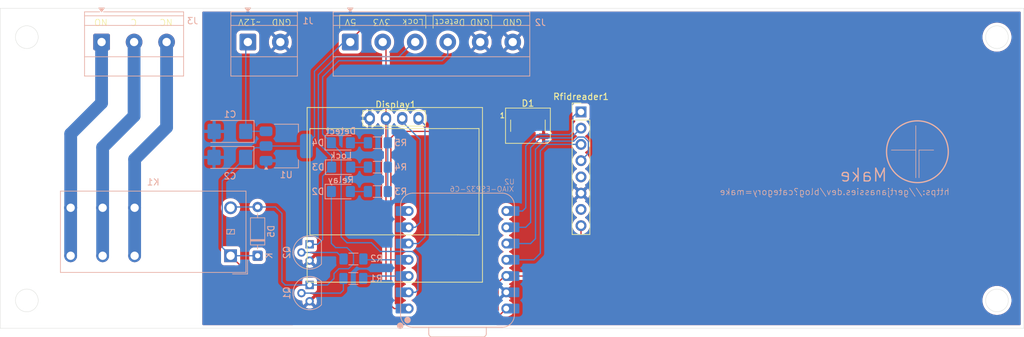
<source format=kicad_pcb>
(kicad_pcb (version 20241229) (generator "pcbnew") (generator_version "9.0")
  (title_block (title "ESP32-C6 EV Charger") (date "2025-08-24") (company "gertjanassies.dev") (comment 4 "AISLER Project ID: RFZOAELM"))
  (layers (0 "F.Cu" signal) (2 "B.Cu" signal) (13 "F.Paste" user) (15 "B.Paste" user) (5 "F.SilkS" user "F.Silkscreen") (7 "B.SilkS" user "B.Silkscreen") (1 "F.Mask" user) (3 "B.Mask" user) (25 "Edge.Cuts" user))
  (net 0 "")
  (net 1 "GND")
  (net 2 "VCC")
  (net 3 "/SCL")
  (net 4 "/SDA")
  (net 5 "/Lock")
  (net 6 "Net-(Q1-B)")
  (net 7 "Net-(Q2-B)")
  (net 8 "/Relay")
  (net 9 "Net-(J3-Pin_2)")
  (net 10 "Net-(J3-Pin_1)")
  (net 11 "Net-(J3-Pin_3)")
  (net 12 "Net-(U2-GPIO2{slash}A2{slash}D2)")
  (net 13 "Net-(U2-GPIO21{slash}D3)")
  (net 16 "+12V")
  (net 17 "Net-(D2-A)")
  (net 19 "/CS")
  (net 20 "/MOSI")
  (net 21 "/SCK")
  (net 22 "/MISO")
  (net 23 "VDD")
  (net 25 "Net-(D3-A)")
  (net 26 "Net-(D4-A)")
  (net 27 "/Detect")
  (net 28 "/LED")
  (footprint "Custom:128x64OLED" (layer "F.Cu") (at 129.096 102.167)
    (property "Reference" "Display1" (at 0.444 -12.759 0) (layer "F.SilkS"))
    (property "Value" "SSD1306")
    (fp_line (start -13.4 -12.3) (end 14 -12.3) (stroke (width 0.12)) (layer "F.SilkS"))
    (fp_line (start -13.4 15) (end -13.4 -12.3) (stroke (width 0.12)) (layer "F.SilkS"))
    (fp_line (start -12.978 -9.005) (end 10.122 -9.005) (stroke (width 0.12)) (layer "F.SilkS"))
    (fp_line (start -12.978 7.595) (end -12.978 -9.005) (stroke (width 0.12)) (layer "F.SilkS"))
    (fp_line (start -4.699 -11.811) (end -4.699 -9.398) (stroke (width 0.12)) (layer "F.SilkS"))
    (fp_line (start -4.699 -11.811) (end 5.08 -11.811) (stroke (width 0.12)) (layer "F.SilkS"))
    (fp_line (start 5.08 -11.811) (end 5.08 -9.398) (stroke (width 0.12)) (layer "F.SilkS"))
    (fp_line (start 5.08 -9.398) (end -4.699 -9.398) (stroke (width 0.12)) (layer "F.SilkS"))
    (fp_line (start 10.122 -9.005) (end 13.208 -9.005) (stroke (width 0.12)) (layer "F.SilkS"))
    (fp_line (start 10.122 7.595) (end -12.978 7.595) (stroke (width 0.12)) (layer "F.SilkS"))
    (fp_line (start 10.122 7.595) (end 13.462 7.62) (stroke (width 0.12)) (layer "F.SilkS"))
    (fp_line (start 13.462 -9.017) (end 13.208 -9.005) (stroke (width 0.12)) (layer "F.SilkS"))
    (fp_line (start 13.462 7.62) (end 13.462 -9.017) (stroke (width 0.12)) (layer "F.SilkS"))
    (fp_line (start 14 -12.3) (end 14 15) (stroke (width 0.12)) (layer "F.SilkS"))
    (fp_line (start 14 15) (end -13.4 15) (stroke (width 0.12)) (layer "F.SilkS"))
    (pad "1" thru_hole oval (at -3.62 -10.6 90) (size 2 1.6) (drill 1) (layers "*.Cu" "*.Mask") (net 1 "GND"))
    (pad "2" thru_hole oval (at -1.08 -10.6 90) (size 2 1.6) (drill 1) (layers "*.Cu" "*.Mask") (net 2 "VCC"))
    (pad "3" thru_hole oval (at 1.46 -10.6 90) (size 2 1.6) (drill 1) (layers "*.Cu" "*.Mask") (net 3 "/SCL"))
    (pad "4" thru_hole oval (at 4 -10.6 90) (size 2 1.6) (drill 1) (layers "*.Cu" "*.Mask") (net 4 "/SDA"))
  )
  (footprint "Custom:RC522" (layer "F.Cu") (at 158.496 90.551)
    (property "Reference" "Rfidreader1" (at 0 -2.38 0) (layer "F.SilkS"))
    (property "Value" "RC522" (hide yes))
    (fp_line (start -1.38 -1.38) (end 0 -1.38) (stroke (width 0.12)) (layer "F.SilkS"))
    (fp_line (start -1.38 0) (end -1.38 -1.38) (stroke (width 0.12)) (layer "F.SilkS"))
    (fp_line (start -1.38 1.27) (end -1.38 19.16) (stroke (width 0.12)) (layer "F.SilkS"))
    (fp_line (start -1.38 1.27) (end 1.38 1.27) (stroke (width 0.12)) (layer "F.SilkS"))
    (fp_line (start -1.38 19.16) (end 1.38 19.16) (stroke (width 0.12)) (layer "F.SilkS"))
    (fp_line (start 1.38 1.27) (end 1.38 19.16) (stroke (width 0.12)) (layer "F.SilkS"))
    (pad "1" thru_hole rect (at 0 0) (size 1.7 1.7) (drill 1) (layers "*.Cu" "*.Mask") (net 19 "/CS"))
    (pad "2" thru_hole circle (at 0 2.54) (size 1.7 1.7) (drill 1) (layers "*.Cu" "*.Mask") (net 21 "/SCK"))
    (pad "3" thru_hole circle (at 0 5.08) (size 1.7 1.7) (drill 1) (layers "*.Cu" "*.Mask") (net 20 "/MOSI"))
    (pad "4" thru_hole circle (at 0 7.62) (size 1.7 1.7) (drill 1) (layers "*.Cu" "*.Mask") (net 22 "/MISO"))
    (pad "5" thru_hole circle (at 0 10.16) (size 1.7 1.7) (drill 1) (layers "*.Cu" "*.Mask"))
    (pad "6" thru_hole circle (at 0 12.7) (size 1.7 1.7) (drill 1) (layers "*.Cu" "*.Mask") (net 1 "GND"))
    (pad "7" thru_hole circle (at 0 15.24) (size 1.7 1.7) (drill 1) (layers "*.Cu" "*.Mask"))
    (pad "8" thru_hole circle (at 0 17.78) (size 1.7 1.7) (drill 1) (layers "*.Cu" "*.Mask") (net 2 "VCC"))
  )
  (footprint "LED_SMD:LED_WS2812B_PLCC4_5.0x5.0mm_P3.2mm" (layer "F.Cu") (at 150.204 92.711)
    (property "Reference" "D1" (at 0 -3.5 0) (layer "F.SilkS"))
    (property "Value" "WS2812B" (hide yes))
    (fp_line (start -3.5 -2.75) (end -3.5 2.75) (stroke (width 0.12)) (layer "F.SilkS"))
    (fp_line (start -3.5 -2.75) (end 3.5 -2.75) (stroke (width 0.12)) (layer "F.SilkS"))
    (fp_line (start -3.5 2.75) (end 3.05 2.75) (stroke (width 0.12)) (layer "F.SilkS"))
    (fp_line (start -2.7 0.9) (end -2.7 -0.9) (stroke (width 0.12)) (layer "F.SilkS"))
    (fp_line (start 2.7 0.9) (end 2.7 -0.9) (stroke (width 0.12)) (layer "F.SilkS"))
    (fp_line (start 3.05 2.75) (end 3.5 2.3) (stroke (width 0.12)) (layer "F.SilkS"))
    (fp_line (start 3.5 2.3) (end 3.5 -2.75) (stroke (width 0.12)) (layer "F.SilkS"))
    (fp_text user "1" (at -4 -1.6 0) (layer "F.SilkS") (effects (font (size 0.8 0.8))))
    (pad "1" smd roundrect (at -2.45 -1.65) (size 1.5 0.9) (layers "F.Cu" "F.Mask" "F.Paste") (roundrect_rratio 0.1) (net 23 "VDD"))
    (pad "2" smd roundrect (at -2.45 1.65) (size 1.5 0.9) (layers "F.Cu" "F.Mask" "F.Paste") (roundrect_rratio 0.1))
    (pad "3" smd roundrect (at 2.45 1.65) (size 1.5 0.9) (layers "F.Cu" "F.Mask" "F.Paste") (roundrect_rratio 0.1) (net 1 "GND"))
    (pad "4" smd roundrect (at 2.45 -1.65) (size 1.5 0.9) (layers "F.Cu" "F.Mask" "F.Paste") (roundrect_rratio 0.1) (net 28 "/LED"))
  )
  (footprint "Seeed Studio XIAO Series Library:XIAO-ESP32C6-DIP" (layer "B.Cu") (at 139.237 113.665)
    (property "Reference" "U2" (at 8.083 -12.192 0) (layer "B.SilkS") (effects (font (size 0.8 0.8) (thickness 0.08)) (justify mirror)))
    (property "Value" "XIAO-ESP32-C6" (at 3.765 -11.049 0) (layer "B.SilkS") (effects (font (size 0.8 0.8) (thickness 0.08)) (justify mirror)))
    (fp_line (start -8.935 -8.509) (end -8.935 8.636) (stroke (width 0.127)) (layer "B.SilkS"))
    (fp_line (start -7.03 -10.414) (end 6.94 -10.414) (stroke (width 0.127)) (layer "B.SilkS"))
    (fp_line (start -4.54 10.541) (end -4.536272 11.551272) (stroke (width 0.127)) (layer "B.SilkS"))
    (fp_line (start -4.036272 12.051) (end 3.959 12.051) (stroke (width 0.127)) (layer "B.SilkS"))
    (fp_line (start 4.459 11.551) (end 4.459 10.541) (stroke (width 0.127)) (layer "B.SilkS"))
    (fp_line (start 6.94 10.541) (end -7.03 10.541) (stroke (width 0.1)) (layer "B.SilkS"))
    (fp_line (start 6.94 10.541) (end -7.03 10.541) (stroke (width 0.127)) (layer "B.SilkS"))
    (fp_line (start 8.845 -8.509) (end 8.845 8.636) (stroke (width 0.127)) (layer "B.SilkS"))
    (fp_arc (start -8.935 -8.509) (mid -8.377038 -9.856038) (end -7.03 -10.414) (stroke (width 0.127)) (layer "B.SilkS"))
    (fp_arc (start -7.03 10.541) (mid -8.377038 9.983038) (end -8.935 8.636) (stroke (width 0.127)) (layer "B.SilkS"))
    (fp_arc (start -4.036272 12.051) (mid -4.389724 11.904644) (end -4.536272 11.551272) (stroke (width 0.127)) (layer "B.SilkS"))
    (fp_arc (start 4.459 11.551) (mid 4.312553 11.904553) (end 3.959 12.051) (stroke (width 0.127)) (layer "B.SilkS"))
    (fp_arc (start 6.94 -10.414) (mid 8.287038 -9.856038) (end 8.845 -8.509) (stroke (width 0.127)) (layer "B.SilkS"))
    (fp_arc (start 8.845 8.636) (mid 8.287038 9.983038) (end 6.94 10.541) (stroke (width 0.127)) (layer "B.SilkS"))
    (fp_circle (center -8.995 10.3) (end -8.995 10.554) (stroke (width 0.5)) (fill yes) (layer "B.SilkS"))
    (fp_circle (center -7.852 9.42) (end -7.852 9.674) (stroke (width 0.5)) (fill yes) (layer "B.SilkS"))
    (pad "1" smd roundrect (at -8.5 7.62 180) (size 2.432 1.524) (layers "B.Cu" "B.Mask") (roundrect_rratio 0.1) (net 28 "/LED"))
    (pad "1" thru_hole circle (at -7.665 7.62 180) (size 1.524 1.524) (drill 0.889) (layers "*.Cu" "*.Mask") (net 28 "/LED"))
    (pad "2" smd roundrect (at -8.5 5.08 180) (size 2.432 1.524) (layers "B.Cu" "B.Mask") (roundrect_rratio 0.1) (net 27 "/Detect"))
    (pad "2" thru_hole circle (at -7.665 5.08 180) (size 1.524 1.524) (drill 0.889) (layers "*.Cu" "*.Mask") (net 27 "/Detect"))
    (pad "3" smd roundrect (at -8.5 2.54 180) (size 2.432 1.524) (layers "B.Cu" "B.Mask") (roundrect_rratio 0.1) (net 12 "Net-(U2-GPIO2{slash}A2{slash}D2)"))
    (pad "3" thru_hole circle (at -7.665 2.54 180) (size 1.524 1.524) (drill 0.889) (layers "*.Cu" "*.Mask") (net 12 "Net-(U2-GPIO2{slash}A2{slash}D2)"))
    (pad "4" smd roundrect (at -8.5 0 180) (size 2.432 1.524) (layers "B.Cu" "B.Mask") (roundrect_rratio 0.1) (net 13 "Net-(U2-GPIO21{slash}D3)"))
    (pad "4" thru_hole circle (at -7.665 0 180) (size 1.524 1.524) (drill 0.889) (layers "*.Cu" "*.Mask") (net 13 "Net-(U2-GPIO21{slash}D3)"))
    (pad "5" smd roundrect (at -8.5 -2.54 180) (size 2.432 1.524) (layers "B.Cu" "B.Mask") (roundrect_rratio 0.1) (net 4 "/SDA"))
    (pad "5" thru_hole circle (at -7.665 -2.54 180) (size 1.524 1.524) (drill 0.889) (layers "*.Cu" "*.Mask") (net 4 "/SDA"))
    (pad "6" smd roundrect (at -8.5 -5.08 180) (size 2.432 1.524) (layers "B.Cu" "B.Mask") (roundrect_rratio 0.1) (net 3 "/SCL"))
    (pad "6" thru_hole circle (at -7.665 -5.08 180) (size 1.524 1.524) (drill 0.889) (layers "*.Cu" "*.Mask") (net 3 "/SCL"))
    (pad "7" smd roundrect (at -8.5 -7.62 180) (size 2.432 1.524) (layers "B.Cu" "B.Mask") (roundrect_rratio 0.1))
    (pad "7" thru_hole circle (at -7.665 -7.62 180) (size 1.524 1.524) (drill 0.889) (layers "*.Cu" "*.Mask"))
    (pad "8" thru_hole circle (at 7.575 -7.62) (size 1.524 1.524) (drill 0.889) (layers "*.Cu" "*.Mask") (net 19 "/CS"))
    (pad "8" smd roundrect (at 8.41 -7.62) (size 2.432 1.524) (layers "B.Cu" "B.Mask") (roundrect_rratio 0.1) (net 19 "/CS"))
    (pad "9" thru_hole circle (at 7.575 -5.08) (size 1.524 1.524) (drill 0.889) (layers "*.Cu" "*.Mask") (net 21 "/SCK"))
    (pad "9" smd roundrect (at 8.41 -5.08) (size 2.432 1.524) (layers "B.Cu" "B.Mask") (roundrect_rratio 0.1) (net 21 "/SCK"))
    (pad "10" thru_hole circle (at 7.575 -2.54) (size 1.524 1.524) (drill 0.889) (layers "*.Cu" "*.Mask") (net 22 "/MISO"))
    (pad "10" smd roundrect (at 8.41 -2.54) (size 2.432 1.524) (layers "B.Cu" "B.Mask") (roundrect_rratio 0.1) (net 22 "/MISO"))
    (pad "11" thru_hole circle (at 7.575 0) (size 1.524 1.524) (drill 0.889) (layers "*.Cu" "*.Mask") (net 20 "/MOSI"))
    (pad "11" smd roundrect (at 8.41 0) (size 2.432 1.524) (layers "B.Cu" "B.Mask") (roundrect_rratio 0.1) (net 20 "/MOSI"))
    (pad "12" thru_hole circle (at 7.575 2.54) (size 1.524 1.524) (drill 0.889) (layers "*.Cu" "*.Mask") (net 2 "VCC"))
    (pad "12" smd roundrect (at 8.41 2.54) (size 2.432 1.524) (layers "B.Cu" "B.Mask") (roundrect_rratio 0.1) (net 2 "VCC"))
    (pad "13" thru_hole circle (at 7.575 5.08) (size 1.524 1.524) (drill 0.889) (layers "*.Cu" "*.Mask") (net 1 "GND"))
    (pad "13" smd roundrect (at 8.41 5.08) (size 2.432 1.524) (layers "B.Cu" "B.Mask") (roundrect_rratio 0.1) (net 1 "GND"))
    (pad "14" thru_hole circle (at 7.575 7.62) (size 1.524 1.524) (drill 0.889) (layers "*.Cu" "*.Mask") (net 23 "VDD"))
    (pad "14" smd roundrect (at 8.41 7.62) (size 2.432 1.524) (layers "B.Cu" "B.Mask") (roundrect_rratio 0.1) (net 23 "VDD"))
  )
  (footprint "LED_SMD:LED_1206_3216Metric_Pad1.42x1.75mm_HandSolder" (layer "B.Cu") (at 120.9665 95.377)
    (property "Reference" "D4" (at -3.5925 0 180) (layer "B.SilkS") (effects (justify mirror)))
    (property "Value" "Detect" (at 0 -1.83 180) (layer "B.SilkS") (effects (justify mirror)))
    (fp_line (start -2.46 -1.135) (end 1.6 -1.135) (stroke (width 0.12)) (layer "B.SilkS"))
    (fp_line (start -2.46 1.135) (end -2.46 -1.135) (stroke (width 0.12)) (layer "B.SilkS"))
    (fp_line (start 1.6 1.135) (end -2.46 1.135) (stroke (width 0.12)) (layer "B.SilkS"))
    (pad "1" smd roundrect (at -1.4875 0) (size 1.425 1.75) (layers "B.Cu" "B.Mask" "B.Paste") (roundrect_rratio 0.175439) (net 27 "/Detect"))
    (pad "2" smd roundrect (at 1.4875 0) (size 1.425 1.75) (layers "B.Cu" "B.Mask" "B.Paste") (roundrect_rratio 0.175439) (net 26 "Net-(D4-A)"))
  )
  (footprint "LED_SMD:LED_1206_3216Metric_Pad1.42x1.75mm_HandSolder" (layer "B.Cu") (at 121.009435 99.187)
    (property "Reference" "D3" (at -3.5925 0 180) (layer "B.SilkS") (effects (justify mirror)))
    (property "Value" "Lock" (at 0 -1.83 180) (layer "B.SilkS") (effects (justify mirror)))
    (fp_line (start -2.46 -1.135) (end 1.6 -1.135) (stroke (width 0.12)) (layer "B.SilkS"))
    (fp_line (start -2.46 1.135) (end -2.46 -1.135) (stroke (width 0.12)) (layer "B.SilkS"))
    (fp_line (start 1.6 1.135) (end -2.46 1.135) (stroke (width 0.12)) (layer "B.SilkS"))
    (pad "1" smd roundrect (at -1.4875 0) (size 1.425 1.75) (layers "B.Cu" "B.Mask" "B.Paste") (roundrect_rratio 0.175439) (net 5 "/Lock"))
    (pad "2" smd roundrect (at 1.4875 0) (size 1.425 1.75) (layers "B.Cu" "B.Mask" "B.Paste") (roundrect_rratio 0.175439) (net 25 "Net-(D3-A)"))
  )
  (footprint "Resistor_SMD:R_1206_3216Metric_Pad1.30x1.75mm_HandSolder" (layer "B.Cu") (at 126.746 102.997)
    (property "Reference" "R3" (at 3.582 0 180) (layer "B.SilkS") (effects (justify mirror)))
    (property "Value" "68Ω" (hide yes))
    (fp_line (start -0.727064 -0.91) (end 0.727064 -0.91) (stroke (width 0.12)) (layer "B.SilkS"))
    (fp_line (start -0.727064 0.91) (end 0.727064 0.91) (stroke (width 0.12)) (layer "B.SilkS"))
    (pad "1" smd roundrect (at -1.55 0) (size 1.3 1.75) (layers "B.Cu" "B.Mask" "B.Paste") (roundrect_rratio 0.192308) (net 17 "Net-(D2-A)"))
    (pad "2" smd roundrect (at 1.55 0) (size 1.3 1.75) (layers "B.Cu" "B.Mask" "B.Paste") (roundrect_rratio 0.192308) (net 2 "VCC"))
  )
  (footprint "LED_SMD:LED_1206_3216Metric_Pad1.42x1.75mm_HandSolder" (layer "B.Cu") (at 120.9665 102.997)
    (property "Reference" "D2" (at -3.5925 0 180) (layer "B.SilkS") (effects (justify mirror)))
    (property "Value" "Relay" (at 0 -1.83 180) (layer "B.SilkS") (effects (justify mirror)))
    (fp_line (start -2.46 -1.135) (end 1.6 -1.135) (stroke (width 0.12)) (layer "B.SilkS"))
    (fp_line (start -2.46 1.135) (end -2.46 -1.135) (stroke (width 0.12)) (layer "B.SilkS"))
    (fp_line (start 1.6 1.135) (end -2.46 1.135) (stroke (width 0.12)) (layer "B.SilkS"))
    (pad "1" smd roundrect (at -1.4875 0) (size 1.425 1.75) (layers "B.Cu" "B.Mask" "B.Paste") (roundrect_rratio 0.175439) (net 8 "/Relay"))
    (pad "2" smd roundrect (at 1.4875 0) (size 1.425 1.75) (layers "B.Cu" "B.Mask" "B.Paste") (roundrect_rratio 0.175439) (net 17 "Net-(D2-A)"))
  )
  (footprint "Package_TO_SOT_THT:TO-92" (layer "B.Cu") (at 116.078 111.252 -90)
    (property "Reference" "Q2" (at 1.27 3.56 90) (layer "B.SilkS") (effects (justify mirror)))
    (property "Value" "BC337")
    (fp_line (start -0.53 -1.85) (end 3.07 -1.85) (stroke (width 0.12)) (layer "B.SilkS"))
    (fp_arc (start 1.27 2.6) (mid -1.132087 0.994977) (end -0.568478 -1.838478) (stroke (width 0.12)) (layer "B.SilkS"))
    (fp_arc (start 3.108478 -1.838478) (mid 3.672087 0.994977) (end 1.27 2.6) (stroke (width 0.12)) (layer "B.SilkS"))
    (pad "1" thru_hole rect (at 0 0 270) (size 1.3 1.3) (drill 0.75) (layers "*.Cu" "*.Mask") (net 5 "/Lock"))
    (pad "2" thru_hole circle (at 1.27 1.27 270) (size 1.3 1.3) (drill 0.75) (layers "*.Cu" "*.Mask") (net 7 "Net-(Q2-B)"))
    (pad "3" thru_hole circle (at 2.54 0 270) (size 1.3 1.3) (drill 0.75) (layers "*.Cu" "*.Mask") (net 1 "GND"))
  )
  (footprint "TerminalBlock_Phoenix:TerminalBlock_Phoenix_MKDS-1,5-2-5.08_1x02_P5.08mm_Horizontal" (layer "B.Cu") (at 106.426 79.629)
    (property "Reference" "J1" (at 9.398 -3.302 180) (layer "B.SilkS") (effects (justify mirror)))
    (property "Value" "Conn_01x02_Socket")
    (fp_line (start -2.66 -4.72) (end -2.66 5.32) (stroke (width 0.12)) (layer "B.SilkS"))
    (fp_line (start -2.66 -4.1) (end 7.74 -4.1) (stroke (width 0.12)) (layer "B.SilkS"))
    (fp_line (start -2.66 -2.6) (end 7.74 -2.6) (stroke (width 0.12)) (layer "B.SilkS"))
    (fp_line (start -2.66 2.3) (end 7.74 2.3) (stroke (width 0.12)) (layer "B.SilkS"))
    (fp_line (start -2.66 5.32) (end 7.74 5.32) (stroke (width 0.12)) (layer "B.SilkS"))
    (fp_line (start -0.3 -4.72) (end -2.66 -4.72) (stroke (width 0.12)) (layer "B.SilkS"))
    (fp_line (start 7.74 -4.72) (end 0.3 -4.72) (stroke (width 0.12)) (layer "B.SilkS"))
    (fp_line (start 7.74 5.32) (end 7.74 -4.72) (stroke (width 0.12)) (layer "B.SilkS"))
    (fp_poly (pts (xy 0 -4.72) (xy 0.44 -5.33) (xy -0.44 -5.33)) (stroke (width 0.12)) (fill yes) (layer "B.SilkS"))
    (pad "1" thru_hole roundrect (at 0 0) (size 2.6 2.6) (drill 1.3) (layers "*.Cu" "*.Mask") (roundrect_rratio 0.096154) (net 16 "+12V"))
    (pad "2" thru_hole circle (at 5.08 0) (size 2.6 2.6) (drill 1.3) (layers "*.Cu" "*.Mask") (net 1 "GND"))
  )
  (footprint "Capacitor_Tantalum_SMD:CP_EIA-6032-28_Kemet-C" (layer "B.Cu") (at 103.632 93.599 180)
    (property "Reference" "C1" (at 0 2.667 0) (layer "B.SilkS") (effects (justify mirror)))
    (property "Value" "10uF" (hide yes))
    (fp_line (start 3 1.71) (end -3.765 1.71) (stroke (width 0.12)) (layer "B.SilkS"))
    (fp_line (start -3.765 1.71) (end -3.765 -1.71) (stroke (width 0.12)) (layer "B.SilkS"))
    (fp_line (start -3.765 -1.71) (end 3 -1.71) (stroke (width 0.12)) (layer "B.SilkS"))
    (pad "1" smd roundrect (at -2.47 0 180) (size 2.07 2.39) (layers "B.Cu" "B.Mask" "B.Paste") (roundrect_rratio 0.120773) (net 16 "+12V"))
    (pad "2" smd roundrect (at 2.47 0 180) (size 2.07 2.39) (layers "B.Cu" "B.Mask" "B.Paste") (roundrect_rratio 0.120773) (net 1 "GND"))
  )
  (footprint "Resistor_SMD:R_1206_3216Metric_Pad1.30x1.75mm_HandSolder" (layer "B.Cu") (at 122.91 116.586 180)
    (property "Reference" "R1" (at -3.582 0 180) (layer "B.SilkS") (effects (justify mirror)))
    (property "Value" "10k" (hide yes))
    (fp_line (start -0.727064 0.91) (end 0.727064 0.91) (stroke (width 0.12)) (layer "B.SilkS"))
    (fp_line (start -0.727064 -0.91) (end 0.727064 -0.91) (stroke (width 0.12)) (layer "B.SilkS"))
    (pad "1" smd roundrect (at -1.55 0 180) (size 1.3 1.75) (layers "B.Cu" "B.Mask" "B.Paste") (roundrect_rratio 0.192308) (net 12 "Net-(U2-GPIO2{slash}A2{slash}D2)"))
    (pad "2" smd roundrect (at 1.55 0 180) (size 1.3 1.75) (layers "B.Cu" "B.Mask" "B.Paste") (roundrect_rratio 0.192308) (net 6 "Net-(Q1-B)"))
  )
  (footprint "Resistor_SMD:R_1206_3216Metric_Pad1.30x1.75mm_HandSolder" (layer "B.Cu") (at 122.936 113.538 180)
    (property "Reference" "R2" (at -3.596 0.066 180) (layer "B.SilkS") (effects (justify mirror)))
    (property "Value" "10k" (hide yes))
    (fp_line (start -0.727064 0.91) (end 0.727064 0.91) (stroke (width 0.12)) (layer "B.SilkS"))
    (fp_line (start -0.727064 -0.91) (end 0.727064 -0.91) (stroke (width 0.12)) (layer "B.SilkS"))
    (pad "1" smd roundrect (at -1.55 0 180) (size 1.3 1.75) (layers "B.Cu" "B.Mask" "B.Paste") (roundrect_rratio 0.192308) (net 13 "Net-(U2-GPIO21{slash}D3)"))
    (pad "2" smd roundrect (at 1.55 0 180) (size 1.3 1.75) (layers "B.Cu" "B.Mask" "B.Paste") (roundrect_rratio 0.192308) (net 7 "Net-(Q2-B)"))
  )
  (footprint "Package_TO_SOT_SMD:SOT-223-3_TabPin2" (layer "B.Cu") (at 112.42 95.885)
    (property "Reference" "U1" (at 0 4.5 0) (layer "B.SilkS") (effects (justify mirror)))
    (property "Value" "AMS1117-5.0" (hide yes))
    (fp_line (start -1.85 -3.41) (end 1.91 -3.41) (stroke (width 0.12)) (layer "B.SilkS"))
    (fp_line (start -1.85 3.41) (end 1.91 3.41) (stroke (width 0.12)) (layer "B.SilkS"))
    (fp_line (start 1.91 -3.41) (end 1.91 -2.15) (stroke (width 0.12)) (layer "B.SilkS"))
    (fp_line (start 1.91 3.41) (end 1.91 2.15) (stroke (width 0.12)) (layer "B.SilkS"))
    (fp_poly (pts (xy -3.13 3.31) (xy -3.37 3.64) (xy -2.89 3.64) (xy -3.13 3.31)) (stroke (width 0.12)) (fill yes) (layer "B.SilkS"))
    (pad "1" smd roundrect (at -3.15 2.3) (size 2 1.5) (layers "B.Cu" "B.Mask" "B.Paste") (net 1 "GND"))
    (pad "2" smd roundrect (at -3.15 0) (size 2 1.5) (layers "B.Cu" "B.Mask" "B.Paste") (net 23 "VDD"))
    (pad "2" smd roundrect (at 3.15 0) (size 2 3.8) (layers "B.Cu" "B.Mask" "B.Paste") (net 23 "VDD"))
    (pad "3" smd roundrect (at -3.15 -2.3) (size 2 1.5) (layers "B.Cu" "B.Mask" "B.Paste") (net 16 "+12V"))
  )
  (footprint "Resistor_SMD:R_1206_3216Metric_Pad1.30x1.75mm_HandSolder" (layer "B.Cu") (at 126.746 99.187)
    (property "Reference" "R4" (at 3.582 0 180) (layer "B.SilkS") (effects (justify mirror)))
    (property "Value" "68Ω" (hide yes))
    (fp_line (start -0.727064 -0.91) (end 0.727064 -0.91) (stroke (width 0.12)) (layer "B.SilkS"))
    (fp_line (start -0.727064 0.91) (end 0.727064 0.91) (stroke (width 0.12)) (layer "B.SilkS"))
    (pad "1" smd roundrect (at -1.55 0) (size 1.3 1.75) (layers "B.Cu" "B.Mask" "B.Paste") (roundrect_rratio 0.192308) (net 25 "Net-(D3-A)"))
    (pad "2" smd roundrect (at 1.55 0) (size 1.3 1.75) (layers "B.Cu" "B.Mask" "B.Paste") (roundrect_rratio 0.192308) (net 2 "VCC"))
  )
  (footprint "Relay_THT:Relay_SPDT_Omron_G2RL-1-E" (layer "B.Cu") (at 103.7315 113.0345 90)
    (property "Reference" "K1" (at 11.5 -12.1 180) (layer "B.SilkS") (effects (justify mirror)))
    (property "Value" "G2RL-1" (hide yes))
    (fp_line (start 10.1 -26.6) (end 10.1 2.4) (stroke (width 0.12)) (layer "B.SilkS"))
    (fp_line (start -2.6 -26.6) (end 10.1 -26.6) (stroke (width 0.12)) (layer "B.SilkS"))
    (fp_line (start 4.1 -0.6) (end 4.1 0.6) (stroke (width 0.12)) (layer "B.SilkS"))
    (fp_line (start 3.4 -0.6) (end 4.1 -0.6) (stroke (width 0.12)) (layer "B.SilkS"))
    (fp_line (start 3.4 -0.2) (end 4.1 0.2) (stroke (width 0.12)) (layer "B.SilkS"))
    (fp_line (start -2.84 0.3) (end -2.84 2.64) (stroke (width 0.12)) (layer "B.SilkS"))
    (fp_line (start 4.1 0.6) (end 3.4 0.6) (stroke (width 0.12)) (layer "B.SilkS"))
    (fp_line (start 3.4 0.6) (end 3.4 -0.6) (stroke (width 0.12)) (layer "B.SilkS"))
    (fp_line (start 10.1 2.4) (end -2.6 2.4) (stroke (width 0.12)) (layer "B.SilkS"))
    (fp_line (start -2.6 2.4) (end -2.6 -26.6) (stroke (width 0.12)) (layer "B.SilkS"))
    (fp_line (start -2.84 2.64) (end -0.65 2.64) (stroke (width 0.12)) (layer "B.SilkS"))
    (pad "11" thru_hole circle (at 0 -20 90) (size 2 2) (drill 1.3) (layers "*.Cu" "*.Mask") (net 9 "Net-(J3-Pin_2)"))
    (pad "11" thru_hole circle (at 7.5 -20 90) (size 2 2) (drill 1.3) (layers "*.Cu" "*.Mask") (net 9 "Net-(J3-Pin_2)"))
    (pad "12" thru_hole circle (at 0 -15 90) (size 2 2) (drill 1.3) (layers "*.Cu" "*.Mask") (net 11 "Net-(J3-Pin_3)"))
    (pad "12" thru_hole circle (at 7.5 -15 90) (size 2 2) (drill 1.3) (layers "*.Cu" "*.Mask") (net 11 "Net-(J3-Pin_3)"))
    (pad "14" thru_hole circle (at 0 -25 90) (size 2 2) (drill 1.3) (layers "*.Cu" "*.Mask") (net 10 "Net-(J3-Pin_1)"))
    (pad "14" thru_hole circle (at 7.5 -25 90) (size 2 2) (drill 1.3) (layers "*.Cu" "*.Mask") (net 10 "Net-(J3-Pin_1)"))
    (pad "A1" thru_hole rect (at 0 0 90) (size 2 2) (drill 1.3) (layers "*.Cu" "*.Mask") (net 23 "VDD"))
    (pad "A2" thru_hole circle (at 7.5 0 90) (size 2 2) (drill 1.3) (layers "*.Cu" "*.Mask") (net 8 "/Relay"))
  )
  (footprint "Resistor_SMD:R_1206_3216Metric_Pad1.30x1.75mm_HandSolder" (layer "B.Cu") (at 126.746 95.377)
    (property "Reference" "R5" (at 3.582 0 180) (layer "B.SilkS") (effects (justify mirror)))
    (property "Value" "68Ω" (hide yes))
    (fp_line (start -0.727064 -0.91) (end 0.727064 -0.91) (stroke (width 0.12)) (layer "B.SilkS"))
    (fp_line (start -0.727064 0.91) (end 0.727064 0.91) (stroke (width 0.12)) (layer "B.SilkS"))
    (pad "1" smd roundrect (at -1.55 0) (size 1.3 1.75) (layers "B.Cu" "B.Mask" "B.Paste") (roundrect_rratio 0.192308) (net 26 "Net-(D4-A)"))
    (pad "2" smd roundrect (at 1.55 0) (size 1.3 1.75) (layers "B.Cu" "B.Mask" "B.Paste") (roundrect_rratio 0.192308) (net 2 "VCC"))
  )
  (footprint "TerminalBlock_Phoenix:TerminalBlock_Phoenix_MKDS-1,5-6-5.08_1x06_P5.08mm_Horizontal" (layer "B.Cu") (at 122.428 79.629)
    (property "Reference" "J2" (at 29.718 -3.048 0) (layer "B.SilkS") (effects (justify mirror)))
    (property "Value" "Power/Lock/Detect" (hide yes))
    (fp_line (start -2.66 -4.72) (end -2.66 5.32) (stroke (width 0.12)) (layer "B.SilkS"))
    (fp_line (start -2.66 -4.1) (end 28.06 -4.1) (stroke (width 0.12)) (layer "B.SilkS"))
    (fp_line (start -2.66 -2.6) (end 28.06 -2.6) (stroke (width 0.12)) (layer "B.SilkS"))
    (fp_line (start -2.66 2.3) (end 28.06 2.3) (stroke (width 0.12)) (layer "B.SilkS"))
    (fp_line (start -2.66 5.32) (end 28.06 5.32) (stroke (width 0.12)) (layer "B.SilkS"))
    (fp_line (start -0.3 -4.72) (end -2.66 -4.72) (stroke (width 0.12)) (layer "B.SilkS"))
    (fp_line (start 28.06 -4.72) (end 0.3 -4.72) (stroke (width 0.12)) (layer "B.SilkS"))
    (fp_line (start 28.06 5.32) (end 28.06 -4.72) (stroke (width 0.12)) (layer "B.SilkS"))
    (fp_poly (pts (xy 0 -4.72) (xy 0.44 -5.33) (xy -0.44 -5.33)) (stroke (width 0.12)) (fill yes) (layer "B.SilkS"))
    (pad "1" thru_hole roundrect (at 0 0) (size 2.6 2.6) (drill 1.3) (layers "*.Cu" "*.Mask") (roundrect_rratio 0.096154) (net 23 "VDD"))
    (pad "2" thru_hole circle (at 5.08 0) (size 2.6 2.6) (drill 1.3) (layers "*.Cu" "*.Mask") (net 2 "VCC"))
    (pad "3" thru_hole circle (at 10.16 0) (size 2.6 2.6) (drill 1.3) (layers "*.Cu" "*.Mask") (net 5 "/Lock"))
    (pad "4" thru_hole circle (at 15.24 0) (size 2.6 2.6) (drill 1.3) (layers "*.Cu" "*.Mask") (net 27 "/Detect"))
    (pad "5" thru_hole circle (at 20.32 0) (size 2.6 2.6) (drill 1.3) (layers "*.Cu" "*.Mask") (net 1 "GND"))
    (pad "6" thru_hole circle (at 25.4 0) (size 2.6 2.6) (drill 1.3) (layers "*.Cu" "*.Mask") (net 1 "GND"))
  )
  (footprint "TerminalBlock_Phoenix:TerminalBlock_Phoenix_MKDS-1,5-3-5.08_1x03_P5.08mm_Horizontal" (layer "B.Cu") (at 83.566 79.629)
    (property "Reference" "J3" (at 14.224 -3.302 0) (layer "B.SilkS") (effects (justify mirror)))
    (property "Value" "Relay" (hide yes))
    (fp_line (start -2.66 -4.72) (end -2.66 5.32) (stroke (width 0.12)) (layer "B.SilkS"))
    (fp_line (start -2.66 -4.1) (end 12.82 -4.1) (stroke (width 0.12)) (layer "B.SilkS"))
    (fp_line (start -2.66 -2.6) (end 12.82 -2.6) (stroke (width 0.12)) (layer "B.SilkS"))
    (fp_line (start -2.66 2.3) (end 12.82 2.3) (stroke (width 0.12)) (layer "B.SilkS"))
    (fp_line (start -2.66 5.32) (end 12.82 5.32) (stroke (width 0.12)) (layer "B.SilkS"))
    (fp_line (start -0.3 -4.72) (end -2.66 -4.72) (stroke (width 0.12)) (layer "B.SilkS"))
    (fp_line (start 12.82 -4.72) (end 0.3 -4.72) (stroke (width 0.12)) (layer "B.SilkS"))
    (fp_line (start 12.82 5.32) (end 12.82 -4.72) (stroke (width 0.12)) (layer "B.SilkS"))
    (fp_poly (pts (xy 0 -4.72) (xy 0.44 -5.33) (xy -0.44 -5.33)) (stroke (width 0.12)) (fill yes) (layer "B.SilkS"))
    (pad "1" thru_hole roundrect (at 0 0) (size 2.6 2.6) (drill 1.3) (layers "*.Cu" "*.Mask") (roundrect_rratio 0.096154) (net 10 "Net-(J3-Pin_1)"))
    (pad "2" thru_hole circle (at 5.08 0) (size 2.6 2.6) (drill 1.3) (layers "*.Cu" "*.Mask") (net 9 "Net-(J3-Pin_2)"))
    (pad "3" thru_hole circle (at 10.16 0) (size 2.6 2.6) (drill 1.3) (layers "*.Cu" "*.Mask") (net 11 "Net-(J3-Pin_3)"))
  )
  (footprint "Diode_THT:D_DO-35_SOD27_P7.62mm_Horizontal" (layer "B.Cu") (at 107.95 113.03 90)
    (property "Reference" "D5" (at 3.81 2.12 270) (layer "B.SilkS") (effects (justify mirror)))
    (property "Value" "1N4148WS")
    (fp_line (start 6.58 0) (end 5.93 0) (stroke (width 0.12)) (layer "B.SilkS"))
    (fp_line (start 1.04 0) (end 1.69 0) (stroke (width 0.12)) (layer "B.SilkS"))
    (fp_line (start 2.53 1.12) (end 2.53 -1.12) (stroke (width 0.12)) (layer "B.SilkS"))
    (fp_line (start 2.41 1.12) (end 2.41 -1.12) (stroke (width 0.12)) (layer "B.SilkS"))
    (fp_line (start 2.29 1.12) (end 2.29 -1.12) (stroke (width 0.12)) (layer "B.SilkS"))
    (fp_rect (start 1.69 1.12) (end 5.93 -1.12) (stroke (width 0.12)) (fill no) (layer "B.SilkS"))
    (fp_text user "K" (at 0 1.8 270) (layer "B.SilkS") (effects (justify mirror)))
    (pad "1" thru_hole roundrect (at 0 0 90) (size 1.6 1.6) (drill 0.8) (layers "*.Cu" "*.Mask") (roundrect_rratio 0.15625) (net 23 "VDD"))
    (pad "2" thru_hole circle (at 7.62 0 90) (size 1.6 1.6) (drill 0.8) (layers "*.Cu" "*.Mask") (net 8 "/Relay"))
  )
  (footprint "Capacitor_Tantalum_SMD:CP_EIA-6032-28_Kemet-C" (layer "B.Cu") (at 103.607 97.663 180)
    (property "Reference" "C2" (at -0.025 -2.921 0) (layer "B.SilkS") (effects (justify mirror)))
    (property "Value" "22uF" (hide yes))
    (fp_line (start 3 1.71) (end -3.765 1.71) (stroke (width 0.12)) (layer "B.SilkS"))
    (fp_line (start -3.765 1.71) (end -3.765 -1.71) (stroke (width 0.12)) (layer "B.SilkS"))
    (fp_line (start -3.765 -1.71) (end 3 -1.71) (stroke (width 0.12)) (layer "B.SilkS"))
    (pad "1" smd roundrect (at -2.47 0 180) (size 2.07 2.39) (layers "B.Cu" "B.Mask" "B.Paste") (roundrect_rratio 0.120773) (net 23 "VDD"))
    (pad "2" smd roundrect (at 2.47 0 180) (size 2.07 2.39) (layers "B.Cu" "B.Mask" "B.Paste") (roundrect_rratio 0.120773) (net 1 "GND"))
  )
  (footprint "Package_TO_SOT_THT:TO-92" (layer "B.Cu") (at 116.078 117.602 -90)
    (property "Reference" "Q1" (at 1.27 3.56 90) (layer "B.SilkS") (effects (justify mirror)))
    (property "Value" "BC337")
    (fp_line (start -0.53 -1.85) (end 3.07 -1.85) (stroke (width 0.12)) (layer "B.SilkS"))
    (fp_arc (start 1.27 2.6) (mid -1.132087 0.994977) (end -0.568478 -1.838478) (stroke (width 0.12)) (layer "B.SilkS"))
    (fp_arc (start 3.108478 -1.838478) (mid 3.672087 0.994977) (end 1.27 2.6) (stroke (width 0.12)) (layer "B.SilkS"))
    (pad "1" thru_hole rect (at 0 0 270) (size 1.3 1.3) (drill 0.75) (layers "*.Cu" "*.Mask") (net 8 "/Relay"))
    (pad "2" thru_hole circle (at 1.27 1.27 270) (size 1.3 1.3) (drill 0.75) (layers "*.Cu" "*.Mask") (net 6 "Net-(Q1-B)"))
    (pad "3" thru_hole circle (at 2.54 0 270) (size 1.3 1.3) (drill 0.75) (layers "*.Cu" "*.Mask") (net 1 "GND"))
  )
  (gr_line (start 134.239 75.438) (end 134.239 77.47) (stroke (width 0.1)) (layer "F.SilkS"))
  (gr_line (start 144.526 75.438) (end 135.382 75.438) (stroke (width 0.1)) (layer "F.SilkS"))
  (gr_line (start 144.526 75.438) (end 144.526 77.47) (stroke (width 0.1)) (layer "F.SilkS"))
  (gr_line (start 134.239 75.438) (end 129.413 75.438) (stroke (width 0.1)) (layer "F.SilkS"))
  (gr_line (start 120.777 75.438) (end 129.413 75.438) (stroke (width 0.1)) (layer "F.SilkS"))
  (gr_line (start 120.777 75.438) (end 120.777 77.47) (stroke (width 0.1)) (layer "F.SilkS"))
  (gr_line (start 135.382 75.438) (end 135.382 77.47) (stroke (width 0.1)) (layer "F.SilkS"))
  (gr_line (start 211.328 96.52) (end 211.328 100.838) (stroke (width 0.1)) (layer "B.SilkS"))
  (gr_circle (center 211.074 96.774) (end 206.248 96.774) (stroke (width 0.2)) (fill no) (layer "B.SilkS"))
  (gr_line (start 210.82 92.71) (end 210.82 100.838) (stroke (width 0.1)) (layer "B.SilkS"))
  (gr_line (start 210.82 96.52) (end 207.01 96.52) (stroke (width 0.1)) (layer "B.SilkS"))
  (gr_line (start 211.328 96.52) (end 213.614 96.52) (stroke (width 0.1)) (layer "B.SilkS"))
  (gr_circle (center 223.509435 78.867) (end 221.742 78.74) (stroke (width 0.05)) (fill no) (layer "Edge.Cuts"))
  (gr_line (start 227.714 124.379) (end 67.714 124.379) (stroke (width 0.05)) (layer "Edge.Cuts"))
  (gr_line (start 227.714 74.379) (end 227.714 124.379) (stroke (width 0.05)) (layer "Edge.Cuts"))
  (gr_circle (center 223.509435 120.015) (end 221.742 119.888) (stroke (width 0.05)) (fill no) (layer "Edge.Cuts"))
  (gr_line (start 67.714 74.379) (end 67.714 124.379) (stroke (width 0.05)) (layer "Edge.Cuts"))
  (gr_circle (center 71.882 120.015) (end 70.104 120.015) (stroke (width 0.05)) (fill no) (layer "Edge.Cuts"))
  (gr_line (start 227.714 74.379) (end 67.714 74.379) (stroke (width 0.05)) (layer "Edge.Cuts"))
  (gr_circle (center 71.882 78.867) (end 70.104 78.867) (stroke (width 0.05)) (fill no) (layer "Edge.Cuts"))
  (gr_text "GND" (at 144.272 75.946 180) (layer "F.SilkS") (effects (font (size 1 1) (thickness 0.1)) (justify left bottom)))
  (gr_text "Detect" (at 140.462 75.946 180) (layer "F.SilkS") (effects (font (size 1 1) (thickness 0.1)) (justify left bottom)))
  (gr_text "GND" (at 113.284 75.946 180) (layer "F.SilkS") (effects (font (size 1 1) (thickness 0.1)) (justify left bottom)))
  (gr_text "~12V" (at 108.458 75.946 180) (layer "F.SilkS") (effects (font (size 1 1) (thickness 0.1)) (justify left bottom)))
  (gr_text "5V" (at 123.444 75.946 180) (layer "F.SilkS") (effects (font (size 1 1) (thickness 0.1)) (justify left bottom)))
  (gr_text "Lock\n" (at 133.985 75.946 180) (layer "F.SilkS") (effects (font (size 1 1) (thickness 0.1)) (justify left bottom)))
  (gr_text "NO\n" (at 84.582 75.946 180) (layer "F.SilkS") (effects (font (size 1 1) (thickness 0.1)) (justify left bottom)))
  (gr_text "C" (at 89.154 75.946 180) (layer "F.SilkS") (effects (font (size 1 1) (thickness 0.1)) (justify left bottom)))
  (gr_text "NC\n" (at 94.742 75.946 180) (layer "F.SilkS") (effects (font (size 1 1) (thickness 0.1)) (justify left bottom)))
  (gr_text "3V3\n" (at 128.778 75.946 180) (layer "F.SilkS") (effects (font (size 1 1) (thickness 0.1)) (justify left bottom)))
  (gr_text "GND" (at 149.352 75.946 180) (layer "F.SilkS") (effects (font (size 1 1) (thickness 0.1)) (justify left bottom)))
  (gr_text "Make" (at 206.502 101.6 0) (layer "B.SilkS") (effects (font (size 2 2) (thickness 0.2)) (justify left bottom mirror)))
  (gr_text "https://gertjanassies.dev/blog?category=make" (at 216.154 103.632 0) (layer "B.SilkS") (effects (font (size 1 1) (thickness 0.1)) (justify left bottom mirror)))
  (segment (start 129.144 122.667) (end 144.414 122.667) (width 0.2) (layer "F.Cu") (net 2))
  (segment (start 148.082 116.205) (end 146.812 116.205) (width 0.2) (layer "F.Cu") (net 2))
  (segment (start 158.496 114.935) (end 158.496 108.331) (width 0.2) (layer "F.Cu") (net 2))
  (segment (start 146.558 116.205) (end 148.082 116.205) (width 0.2) (layer "F.Cu") (net 2))
  (segment (start 144.414 122.667) (end 145.542 121.539) (width 0.2) (layer "F.Cu") (net 2))
  (segment (start 145.542 117.221) (end 146.558 116.205) (width 0.2) (layer "F.Cu") (net 2))
  (segment (start 157.226 116.205) (end 158.496 114.935) (width 0.2) (layer "F.Cu") (net 2))
  (segment (start 128.016 79.883) (end 128.016 91.567) (width 0.2) (layer "F.Cu") (net 2))
  (segment (start 128.016 91.567) (end 128.016 121.539) (width 0.2) (layer "F.Cu") (net 2))
  (segment (start 127.508 79.375) (end 128.016 79.883) (width 0.2) (layer "F.Cu") (net 2))
  (segment (start 145.542 121.539) (end 145.542 117.221) (width 0.2) (layer "F.Cu") (net 2))
  (segment (start 146.812 116.205) (end 157.226 116.205) (width 0.2) (layer "F.Cu") (net 2))
  (segment (start 128.016 121.539) (end 129.144 122.667) (width 0.2) (layer "F.Cu") (net 2))
  (segment (start 127.508 91.059) (end 128.016 91.567) (width 0.2) (layer "B.Cu") (net 2))
  (segment (start 128.296 91.847) (end 128.016 91.567) (width 0.2) (layer "B.Cu") (net 2))
  (segment (start 128.296 95.377) (end 128.296 91.847) (width 0.2) (layer "B.Cu") (net 2))
  (segment (start 128.296 95.377) (end 128.296 102.997) (width 0.2) (layer "B.Cu") (net 2))
  (segment (start 132.588 108.585) (end 133.35 107.823) (width 0.2) (layer "B.Cu") (net 3))
  (segment (start 133.35 107.823) (end 133.35 94.869) (width 0.2) (layer "B.Cu") (net 3))
  (segment (start 130.737 108.585) (end 132.588 108.585) (width 0.2) (layer "B.Cu") (net 3))
  (segment (start 130.556 92.075) (end 130.556 91.567) (width 0.2) (layer "B.Cu") (net 3))
  (segment (start 133.35 94.869) (end 130.556 92.075) (width 0.2) (layer "B.Cu") (net 3))
  (segment (start 134.112 92.583) (end 134.112 110.109) (width 0.2) (layer "B.Cu") (net 4))
  (segment (start 133.096 91.567) (end 134.112 92.583) (width 0.2) (layer "B.Cu") (net 4))
  (segment (start 133.096 111.125) (end 131.572 111.125) (width 0.2) (layer "B.Cu") (net 4))
  (segment (start 134.112 110.109) (end 133.096 111.125) (width 0.2) (layer "B.Cu") (net 4))
  (segment (start 117.455 95.441894) (end 119.521935 97.508829) (width 0.2) (layer "B.Cu") (net 5))
  (segment (start 118.11 100.598935) (end 118.11 110.49) (width 0.2) (layer "B.Cu") (net 5))
  (segment (start 117.348 111.252) (end 116.078 111.252) (width 0.2) (layer "B.Cu") (net 5))
  (segment (start 117.455 84.729) (end 117.455 95.441894) (width 0.2) (layer "B.Cu") (net 5))
  (segment (start 118.11 110.49) (end 117.348 111.252) (width 0.2) (layer "B.Cu") (net 5))
  (segment (start 119.521935 97.508829) (end 119.521935 99.187) (width 0.2) (layer "B.Cu") (net 5))
  (segment (start 120.269 81.915) (end 117.455 84.729) (width 0.2) (layer "B.Cu") (net 5))
  (segment (start 119.521935 99.187) (end 118.11 100.598935) (width 0.2) (layer "B.Cu") (net 5))
  (segment (start 130.048 81.915) (end 120.269 81.915) (width 0.2) (layer "B.Cu") (net 5))
  (segment (start 132.588 79.375) (end 130.048 81.915) (width 0.2) (layer "B.Cu") (net 5))
  (segment (start 120.904 118.872) (end 114.808 118.872) (width 0.2) (layer "B.Cu") (net 6))
  (segment (start 121.36 116.586) (end 121.36 118.416) (width 0.2) (layer "B.Cu") (net 6))
  (segment (start 121.36 116.586) (end 121.36 116.534) (width 0.2) (layer "B.Cu") (net 6))
  (segment (start 121.36 118.416) (end 120.904 118.872) (width 0.2) (layer "B.Cu") (net 6))
  (segment (start 121.106 116.332) (end 121.36 116.586) (width 0.2) (layer "B.Cu") (net 6))
  (segment (start 120.37 112.522) (end 114.808 112.522) (width 0.2) (layer "B.Cu") (net 7))
  (segment (start 121.386 113.538) (end 120.37 112.522) (width 0.2) (layer "B.Cu") (net 7))
  (segment (start 121.386 113.538) (end 121.132 113.792) (width 0.2) (layer "B.Cu") (net 7))
  (segment (start 110.744 105.41) (end 107.95 105.41) (width 0.2) (layer "B.Cu") (net 8))
  (segment (start 122.174 115.062) (end 120.65 115.062) (width 0.2) (layer "B.Cu") (net 8))
  (segment (start 120.142 111.76) (end 121.92 111.76) (width 0.2) (layer "B.Cu") (net 8))
  (segment (start 122.936 112.776) (end 122.936 114.3) (width 0.2) (layer "B.Cu") (net 8))
  (segment (start 119.888 116.586) (end 118.872 117.602) (width 0.2) (layer "B.Cu") (net 8))
  (segment (start 118.872 117.602) (end 116.078 117.602) (width 0.2) (layer "B.Cu") (net 8))
  (segment (start 112.268 117.602) (end 111.76 117.094) (width 0.2) (layer "B.Cu") (net 8))
  (segment (start 111.76 114.046) (end 111.76 106.426) (width 0.2) (layer "B.Cu") (net 8))
  (segment (start 119.479 111.097) (end 120.142 111.76) (width 0.2) (layer "B.Cu") (net 8))
  (segment (start 111.76 117.094) (end 111.76 114.046) (width 0.2) (layer "B.Cu") (net 8))
  (segment (start 111.76 106.426) (end 110.744 105.41) (width 0.2) (layer "B.Cu") (net 8))
  (segment (start 120.65 115.062) (end 119.888 115.824) (width 0.2) (layer "B.Cu") (net 8))
  (segment (start 119.479 102.997) (end 119.479 111.097) (width 0.2) (layer "B.Cu") (net 8))
  (segment (start 107.95 105.41) (end 103.856 105.41) (width 0.2) (layer "B.Cu") (net 8))
  (segment (start 116.078 117.602) (end 112.268 117.602) (width 0.2) (layer "B.Cu") (net 8))
  (segment (start 119.888 115.824) (end 119.888 116.586) (width 0.2) (layer "B.Cu") (net 8))
  (segment (start 122.936 114.3) (end 122.174 115.062) (width 0.2) (layer "B.Cu") (net 8))
  (segment (start 121.92 111.76) (end 122.936 112.776) (width 0.2) (layer "B.Cu") (net 8))
  (segment (start 103.856 105.41) (end 103.7315 105.5345) (width 0.2) (layer "B.Cu") (net 8))
  (segment (start 83.7315 96.1005) (end 83.7315 105.5345) (width 2) (layer "B.Cu") (net 9))
  (segment (start 88.646 79.629) (end 88.646 91.186) (width 2) (layer "B.Cu") (net 9))
  (segment (start 88.646 91.186) (end 83.7315 96.1005) (width 2) (layer "B.Cu") (net 9))
  (segment (start 83.7315 105.5345) (end 83.7315 113.0345) (width 2) (layer "B.Cu") (net 9))
  (segment (start 78.74 105.526) (end 78.7315 105.5345) (width 2) (layer "B.Cu") (net 10))
  (segment (start 83.566 79.629) (end 83.566 89.154) (width 2) (layer "B.Cu") (net 10))
  (segment (start 83.566 89.154) (end 78.74 93.98) (width 2) (layer "B.Cu") (net 10))
  (segment (start 78.74 93.98) (end 78.74 105.526) (width 2) (layer "B.Cu") (net 10))
  (segment (start 78.7315 105.5345) (end 78.7315 113.0345) (width 2) (layer "B.Cu") (net 10))
  (segment (start 88.7315 105.5345) (end 88.7315 113.0345) (width 2) (layer "B.Cu") (net 11))
  (segment (start 88.7315 97.9585) (end 88.7315 105.5345) (width 2) (layer "B.Cu") (net 11))
  (segment (start 93.726 79.967) (end 93.726 92.964) (width 2) (layer "B.Cu") (net 11))
  (segment (start 93.726 92.964) (end 88.7315 97.9585) (width 2) (layer "B.Cu") (net 11))
  (segment (start 124.841 116.205) (end 124.46 116.586) (width 0.2) (layer "B.Cu") (net 12))
  (segment (start 130.737 116.205) (end 124.841 116.205) (width 0.2) (layer "B.Cu") (net 12))
  (segment (start 130.737 113.665) (end 124.613 113.665) (width 0.2) (layer "B.Cu") (net 13))
  (segment (start 124.613 113.665) (end 124.486 113.538) (width 0.2) (layer "B.Cu") (net 13))
  (segment (start 106.426 79.375) (end 106.102 79.699) (width 0.2) (layer "B.Cu") (net 16))
  (segment (start 106.116 93.585) (end 106.102 93.599) (width 0.2) (layer "B.Cu") (net 16))
  (segment (start 106.102 79.699) (end 106.102 93.599) (width 0.2) (layer "B.Cu") (net 16))
  (segment (start 109.27 93.585) (end 106.116 93.585) (width 0.2) (layer "B.Cu") (net 16))
  (segment (start 122.454 102.997) (end 125.196 102.997) (width 0.2) (layer "B.Cu") (net 17))
  (segment (start 157.988 90.551) (end 158.496 90.551) (width 0.2) (layer "B.Cu") (net 19))
  (segment (start 157.226 91.313) (end 157.988 90.551) (width 0.2) (layer "B.Cu") (net 19))
  (segment (start 149.86 105.537) (end 149.86 95.885) (width 0.2) (layer "B.Cu") (net 19))
  (segment (start 151.638 94.107) (end 156.718 94.107) (width 0.2) (layer "B.Cu") (net 19))
  (segment (start 157.226 93.599) (end 157.226 91.313) (width 0.2) (layer "B.Cu") (net 19))
  (segment (start 147.647 106.045) (end 149.352 106.045) (width 0.2) (layer "B.Cu") (net 19))
  (segment (start 149.352 106.045) (end 149.86 105.537) (width 0.2) (layer "B.Cu") (net 19))
  (segment (start 156.718 94.107) (end 157.226 93.599) (width 0.2) (layer "B.Cu") (net 19))
  (segment (start 149.86 95.885) (end 151.638 94.107) (width 0.2) (layer "B.Cu") (net 19))
  (segment (start 152.146 112.649) (end 151.13 113.665) (width 0.2) (layer "B.Cu") (net 20))
  (segment (start 151.13 113.665) (end 147.647 113.665) (width 0.2) (layer "B.Cu") (net 20))
  (segment (start 158.496 95.631) (end 153.162 95.631) (width 0.2) (layer "B.Cu") (net 20))
  (segment (start 153.162 95.631) (end 152.146 96.647) (width 0.2) (layer "B.Cu") (net 20))
  (segment (start 152.146 96.647) (end 152.146 112.649) (width 0.2) (layer "B.Cu") (net 20))
  (segment (start 150.622 107.823) (end 149.86 108.585) (width 0.2) (layer "B.Cu") (net 21))
  (segment (start 158.496 93.091) (end 156.972 94.615) (width 0.2) (layer "B.Cu") (net 21))
  (segment (start 149.86 108.585) (end 147.647 108.585) (width 0.2) (layer "B.Cu") (net 21))
  (segment (start 150.622 96.139) (end 150.622 107.823) (width 0.2) (layer "B.Cu") (net 21))
  (segment (start 152.146 94.615) (end 150.622 96.139) (width 0.2) (layer "B.Cu") (net 21))
  (segment (start 156.972 94.615) (end 152.146 94.615) (width 0.2) (layer "B.Cu") (net 21))
  (segment (start 159.647 97.02) (end 159.647 95.15424) (width 0.2) (layer "B.Cu") (net 22))
  (segment (start 150.622 111.125) (end 147.647 111.125) (width 0.2) (layer "B.Cu") (net 22))
  (segment (start 158.01924 94.48) (end 157.37624 95.123) (width 0.2) (layer "B.Cu") (net 22))
  (segment (start 152.654 95.123) (end 151.384 96.393) (width 0.2) (layer "B.Cu") (net 22))
  (segment (start 158.496 98.171) (end 159.647 97.02) (width 0.2) (layer "B.Cu") (net 22))
  (segment (start 158.97276 94.48) (end 158.01924 94.48) (width 0.2) (layer "B.Cu") (net 22))
  (segment (start 157.37624 95.123) (end 152.654 95.123) (width 0.2) (layer "B.Cu") (net 22))
  (segment (start 151.384 110.363) (end 150.622 111.125) (width 0.2) (layer "B.Cu") (net 22))
  (segment (start 159.647 95.15424) (end 158.97276 94.48) (width 0.2) (layer "B.Cu") (net 22))
  (segment (start 151.384 96.393) (end 151.384 110.363) (width 0.2) (layer "B.Cu") (net 22))
  (segment (start 103.7315 113.0345) (end 113.907 123.21) (width 0.2) (layer "F.Cu") (net 23))
  (segment (start 138.43 77.343) (end 140.208 79.121) (width 0.2) (layer "F.Cu") (net 23))
  (segment (start 140.208 90.043) (end 141.226 91.061) (width 0.2) (layer "F.Cu") (net 23))
  (segment (start 122.428 79.375) (end 124.46 77.343) (width 0.2) (layer "F.Cu") (net 23))
  (segment (start 113.907 123.21) (end 144.887 123.21) (width 0.2) (layer "F.Cu") (net 23))
  (segment (start 144.887 123.21) (end 146.812 121.285) (width 0.2) (layer "F.Cu") (net 23))
  (segment (start 141.226 91.061) (end 147.754 91.061) (width 0.2) (layer "F.Cu") (net 23))
  (segment (start 140.208 79.121) (end 140.208 90.043) (width 0.2) (layer "F.Cu") (net 23))
  (segment (start 124.46 77.343) (end 138.43 77.343) (width 0.2) (layer "F.Cu") (net 23))
  (segment (start 109.016 96.139) (end 109.27 95.885) (width 0.2) (layer "B.Cu") (net 23))
  (segment (start 103.736 113.03) (end 103.7315 113.0345) (width 0.2) (layer "B.Cu") (net 23))
  (segment (start 115.57 95.631) (end 116.84 94.361) (width 0.2) (layer "B.Cu") (net 23))
  (segment (start 115.57 95.885) (end 115.57 95.631) (width 0.2) (layer "B.Cu") (net 23))
  (segment (start 102.4305 101.3095) (end 106.077 97.663) (width 0.2) (layer "B.Cu") (net 23))
  (segment (start 121.666 79.375) (end 122.428 79.375) (width 0.2) (layer "B.Cu") (net 23))
  (segment (start 106.077 97.663) (end 107.601 96.139) (width 0.2) (layer "B.Cu") (net 23))
  (segment (start 103.761 113.064) (end 103.7315 113.0345) (width 0.2) (layer "B.Cu") (net 23))
  (segment (start 107.601 96.139) (end 109.016 96.139) (width 0.2) (layer "B.Cu") (net 23))
  (segment (start 107.95 113.03) (end 103.736 113.03) (width 0.2) (layer "B.Cu") (net 23))
  (segment (start 116.84 84.201) (end 121.666 79.375) (width 0.2) (layer "B.Cu") (net 23))
  (segment (start 116.84 94.361) (end 116.84 84.201) (width 0.2) (layer "B.Cu") (net 23))
  (segment (start 103.7315 113.0345) (end 102.4305 111.7335) (width 0.2) (layer "B.Cu") (net 23))
  (segment (start 102.4305 111.7335) (end 102.4305 101.3095) (width 0.2) (layer "B.Cu") (net 23))
  (segment (start 109.27 95.885) (end 115.57 95.885) (width 0.2) (layer "B.Cu") (net 23))
  (segment (start 122.454 99.187) (end 125.196 99.187) (width 0.2) (layer "B.Cu") (net 25))
  (segment (start 122.454 95.377) (end 125.196 95.377) (width 0.2) (layer "B.Cu") (net 26))
  (segment (start 127.11379 112.367) (end 125.74479 110.998) (width 0.2) (layer "B.Cu") (net 27))
  (segment (start 121.009435 110.087435) (end 121.009435 96.907435) (width 0.2) (layer "B.Cu") (net 27))
  (segment (start 130.737 118.745) (end 132.631435 118.745) (width 0.2) (layer "B.Cu") (net 27))
  (segment (start 121.009435 96.907435) (end 119.479 95.377) (width 0.2) (layer "B.Cu") (net 27))
  (segment (start 133.009435 113.197435) (end 132.179 112.367) (width 0.2) (layer "B.Cu") (net 27))
  (segment (start 133.009435 118.367) (end 133.009435 113.197435) (width 0.2) (layer "B.Cu") (net 27))
  (segment (start 120.65 82.55) (end 118.11 85.09) (width 0.2) (layer "B.Cu") (net 27))
  (segment (start 137.668 81.661) (end 136.779 82.55) (width 0.2) (layer "B.Cu") (net 27))
  (segment (start 118.11 85.09) (end 118.11 94.008) (width 0.2) (layer "B.Cu") (net 27))
  (segment (start 118.11 94.008) (end 119.479 95.377) (width 0.2) (layer "B.Cu") (net 27))
  (segment (start 125.74479 110.998) (end 121.92 110.998) (width 0.2) (layer "B.Cu") (net 27))
  (segment (start 121.92 110.998) (end 121.009435 110.087435) (width 0.2) (layer "B.Cu") (net 27))
  (segment (start 137.668 79.375) (end 137.668 81.661) (width 0.2) (layer "B.Cu") (net 27))
  (segment (start 132.179 112.367) (end 127.11379 112.367) (width 0.2) (layer "B.Cu") (net 27))
  (segment (start 131.572 118.745) (end 130.737 118.745) (width 0.2) (layer "B.Cu") (net 27))
  (segment (start 136.779 82.55) (end 120.65 82.55) (width 0.2) (layer "B.Cu") (net 27))
  (segment (start 132.631435 118.745) (end 133.009435 118.367) (width 0.2) (layer "B.Cu") (net 27))
  (segment (start 151.892 93.091) (end 138.43 93.091) (width 0.2) (layer "F.Cu") (net 28))
  (segment (start 128.782 120.781) (end 129.286 121.285) (width 0.2) (layer "F.Cu") (net 28))
  (segment (start 152.654 92.329) (end 151.892 93.091) (width 0.2) (layer "F.Cu") (net 28))
  (segment (start 138.43 93.091) (end 137.922 93.599) (width 0.2) (layer "F.Cu") (net 28))
  (segment (start 129.794 93.599) (end 128.782 94.611) (width 0.2) (layer "F.Cu") (net 28))
  (segment (start 137.922 93.599) (end 129.794 93.599) (width 0.2) (layer "F.Cu") (net 28))
  (segment (start 129.286 121.285) (end 131.572 121.285) (width 0.2) (layer "F.Cu") (net 28))
  (segment (start 128.782 94.611) (end 128.782 120.781) (width 0.2) (layer "F.Cu") (net 28))
  (segment (start 152.654 91.061) (end 152.654 92.329) (width 0.2) (layer "F.Cu") (net 28))
  (zone (net 1) (net_name "GND") (layer "F.Cu") (priority 1) (connect_pads (clearance 0.5)) (min_thickness 0.25) (fill yes (thermal_gap 0.5) (thermal_bridge_width 0.5))
    (polygon (pts (xy 227.584 74.295) (xy 227.584 124.333) (xy 99.314 124.333) (xy 99.314 74.295)))
  )
  (zone (net 1) (net_name "GND") (layer "B.Cu") (connect_pads (clearance 0.5)) (min_thickness 0.25) (fill yes (thermal_gap 0.5) (thermal_bridge_width 0.5))
    (polygon (pts (xy 99.314 74.295) (xy 99.314 124.607819) (xy 227.584 124.307421) (xy 227.584 74.295)))
  )
)
</source>
